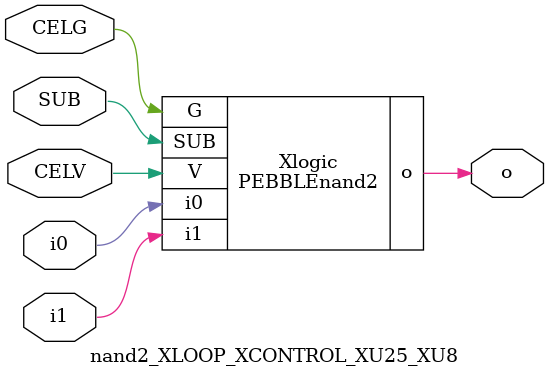
<source format=v>



module PEBBLEnand2 ( o, G, SUB, V, i0, i1 );

  input i0;
  input V;
  input i1;
  input G;
  output o;
  input SUB;
endmodule

//Celera Confidential Do Not Copy nand2_XLOOP_XCONTROL_XU25_XU8
//Celera Confidential Symbol Generator
//5V NAND2
module nand2_XLOOP_XCONTROL_XU25_XU8 (CELV,CELG,i0,i1,o,SUB);
input CELV;
input CELG;
input i0;
input i1;
input SUB;
output o;

//Celera Confidential Do Not Copy nand2
PEBBLEnand2 Xlogic(
.V (CELV),
.i0 (i0),
.i1 (i1),
.o (o),
.SUB (SUB),
.G (CELG)
);
//,diesize,PEBBLEnand2

//Celera Confidential Do Not Copy Module End
//Celera Schematic Generator
endmodule

</source>
